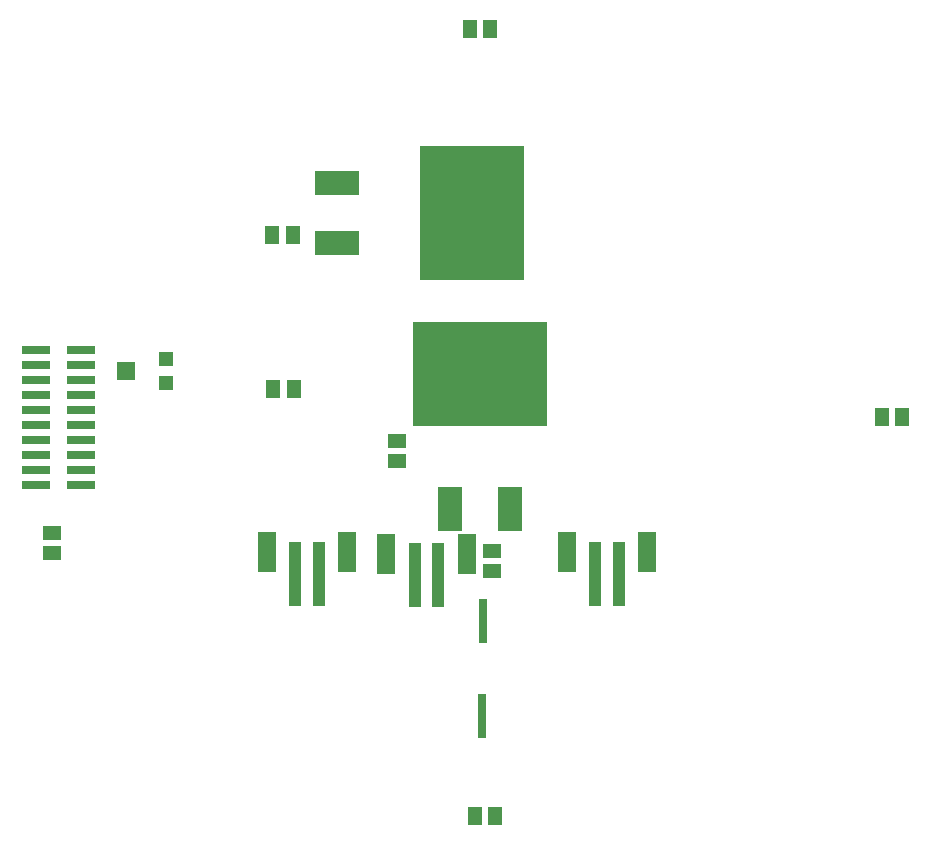
<source format=gtp>
G75*
%MOIN*%
%OFA0B0*%
%FSLAX25Y25*%
%IPPOS*%
%LPD*%
%AMOC8*
5,1,8,0,0,1.08239X$1,22.5*
%
%ADD10R,0.09449X0.03150*%
%ADD11R,0.05118X0.05906*%
%ADD12R,0.05906X0.05118*%
%ADD13R,0.03937X0.21654*%
%ADD14R,0.06299X0.13386*%
%ADD15R,0.02756X0.14567*%
%ADD16R,0.06299X0.05906*%
%ADD17R,0.04724X0.04724*%
%ADD18R,0.08200X0.15000*%
%ADD19R,0.45000X0.35000*%
%ADD20R,0.15000X0.08200*%
%ADD21R,0.35000X0.45000*%
D10*
X0141177Y0393815D03*
X0141177Y0398815D03*
X0141177Y0403815D03*
X0141177Y0408815D03*
X0141177Y0413815D03*
X0141177Y0418815D03*
X0141177Y0423815D03*
X0141177Y0428815D03*
X0141177Y0433815D03*
X0141177Y0438815D03*
X0156177Y0438815D03*
X0156177Y0433815D03*
X0156177Y0428815D03*
X0156177Y0423815D03*
X0156177Y0418815D03*
X0156177Y0413815D03*
X0156177Y0408815D03*
X0156177Y0403815D03*
X0156177Y0398815D03*
X0156177Y0393815D03*
D11*
X0220213Y0425843D03*
X0226906Y0425843D03*
X0226561Y0477015D03*
X0219869Y0477015D03*
X0285764Y0545764D03*
X0292457Y0545764D03*
X0422969Y0416315D03*
X0429661Y0416315D03*
X0294031Y0283402D03*
X0287339Y0283402D03*
D12*
X0293115Y0365069D03*
X0293115Y0371761D03*
X0261551Y0401709D03*
X0261551Y0408402D03*
X0146315Y0377693D03*
X0146315Y0371000D03*
D13*
X0267299Y0363638D03*
X0275173Y0363638D03*
X0235252Y0364228D03*
X0227378Y0364228D03*
X0327378Y0364228D03*
X0335252Y0364228D03*
D14*
X0344701Y0371315D03*
X0317929Y0371315D03*
X0284622Y0370724D03*
X0257850Y0370724D03*
X0244701Y0371315D03*
X0217929Y0371315D03*
D15*
X0290173Y0348559D03*
X0289780Y0316669D03*
D16*
X0171197Y0431709D03*
D17*
X0184287Y0435646D03*
X0184287Y0427772D03*
D18*
X0279110Y0385606D03*
X0299110Y0385606D03*
D19*
X0289110Y0430606D03*
D20*
X0241315Y0474465D03*
X0241315Y0494465D03*
D21*
X0286315Y0484465D03*
M02*

</source>
